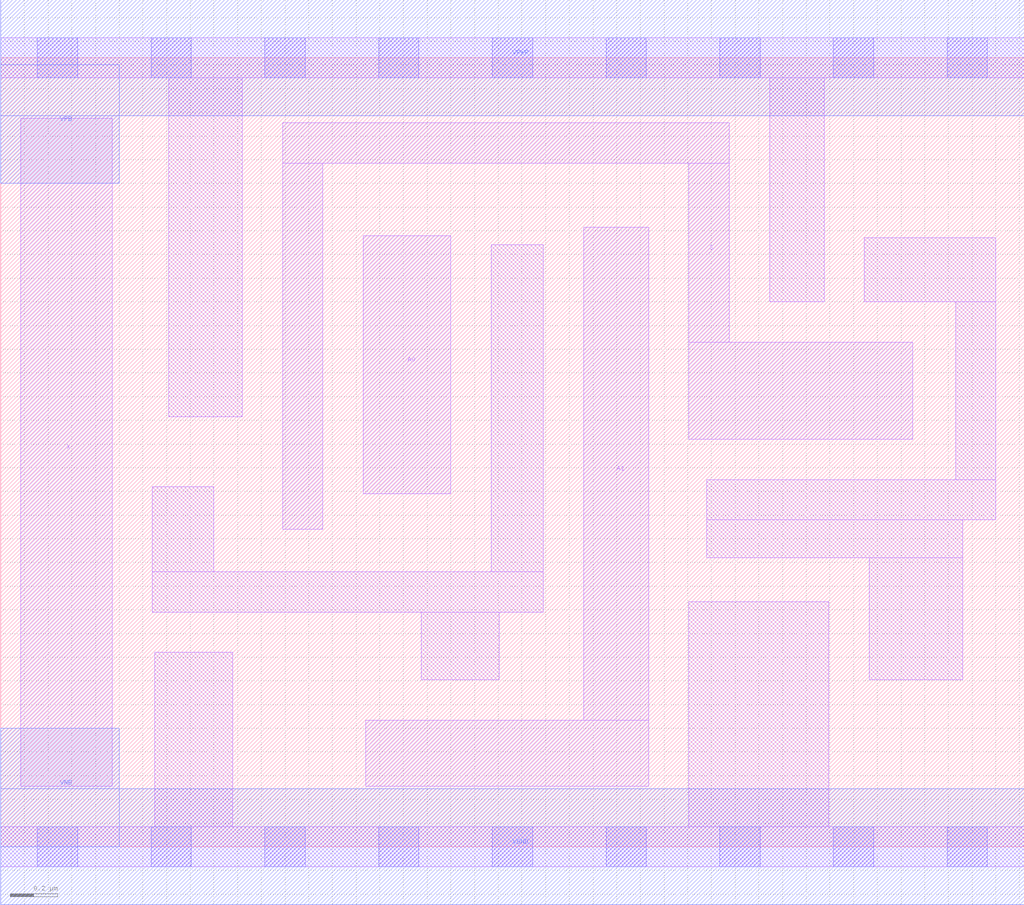
<source format=lef>
# Copyright 2020 The SkyWater PDK Authors
#
# Licensed under the Apache License, Version 2.0 (the "License");
# you may not use this file except in compliance with the License.
# You may obtain a copy of the License at
#
#     https://www.apache.org/licenses/LICENSE-2.0
#
# Unless required by applicable law or agreed to in writing, software
# distributed under the License is distributed on an "AS IS" BASIS,
# WITHOUT WARRANTIES OR CONDITIONS OF ANY KIND, either express or implied.
# See the License for the specific language governing permissions and
# limitations under the License.
#
# SPDX-License-Identifier: Apache-2.0

VERSION 5.5 ;
NAMESCASESENSITIVE ON ;
BUSBITCHARS "[]" ;
DIVIDERCHAR "/" ;
MACRO sky130_fd_sc_lp__mux2_1
  CLASS CORE ;
  SOURCE USER ;
  ORIGIN  0.000000  0.000000 ;
  SIZE  4.320000 BY  3.330000 ;
  SYMMETRY X Y R90 ;
  SITE unit ;
  PIN A0
    ANTENNAGATEAREA  0.126000 ;
    DIRECTION INPUT ;
    USE SIGNAL ;
    PORT
      LAYER li1 ;
        RECT 1.530000 1.490000 1.900000 2.580000 ;
    END
  END A0
  PIN A1
    ANTENNAGATEAREA  0.126000 ;
    DIRECTION INPUT ;
    USE SIGNAL ;
    PORT
      LAYER li1 ;
        RECT 1.540000 0.255000 2.735000 0.535000 ;
        RECT 2.460000 0.535000 2.735000 2.615000 ;
    END
  END A1
  PIN S
    ANTENNAGATEAREA  0.252000 ;
    DIRECTION INPUT ;
    USE SIGNAL ;
    PORT
      LAYER li1 ;
        RECT 1.190000 1.340000 1.360000 2.885000 ;
        RECT 1.190000 2.885000 3.075000 3.055000 ;
        RECT 2.905000 1.720000 3.850000 2.130000 ;
        RECT 2.905000 2.130000 3.075000 2.885000 ;
    END
  END S
  PIN X
    ANTENNADIFFAREA  0.556500 ;
    DIRECTION OUTPUT ;
    USE SIGNAL ;
    PORT
      LAYER li1 ;
        RECT 0.085000 0.255000 0.470000 3.075000 ;
    END
  END X
  PIN VGND
    DIRECTION INOUT ;
    USE GROUND ;
    PORT
      LAYER met1 ;
        RECT 0.000000 -0.245000 4.320000 0.245000 ;
    END
  END VGND
  PIN VNB
    DIRECTION INOUT ;
    USE GROUND ;
    PORT
      LAYER met1 ;
        RECT 0.000000 0.000000 0.500000 0.500000 ;
    END
  END VNB
  PIN VPB
    DIRECTION INOUT ;
    USE POWER ;
    PORT
      LAYER met1 ;
        RECT 0.000000 2.800000 0.500000 3.300000 ;
    END
  END VPB
  PIN VPWR
    DIRECTION INOUT ;
    USE POWER ;
    PORT
      LAYER met1 ;
        RECT 0.000000 3.085000 4.320000 3.575000 ;
    END
  END VPWR
  OBS
    LAYER li1 ;
      RECT 0.000000 -0.085000 4.320000 0.085000 ;
      RECT 0.000000  3.245000 4.320000 3.415000 ;
      RECT 0.640000  0.990000 2.290000 1.160000 ;
      RECT 0.640000  1.160000 0.900000 1.520000 ;
      RECT 0.650000  0.085000 0.980000 0.820000 ;
      RECT 0.710000  1.815000 1.020000 3.245000 ;
      RECT 1.775000  0.705000 2.105000 0.990000 ;
      RECT 2.070000  1.160000 2.290000 2.540000 ;
      RECT 2.905000  0.085000 3.495000 1.035000 ;
      RECT 2.980000  1.220000 4.060000 1.380000 ;
      RECT 2.980000  1.380000 4.200000 1.550000 ;
      RECT 3.245000  2.300000 3.475000 3.245000 ;
      RECT 3.645000  2.300000 4.200000 2.570000 ;
      RECT 3.665000  0.705000 4.060000 1.220000 ;
      RECT 4.030000  1.550000 4.200000 2.300000 ;
    LAYER mcon ;
      RECT 0.155000 -0.085000 0.325000 0.085000 ;
      RECT 0.155000  3.245000 0.325000 3.415000 ;
      RECT 0.635000 -0.085000 0.805000 0.085000 ;
      RECT 0.635000  3.245000 0.805000 3.415000 ;
      RECT 1.115000 -0.085000 1.285000 0.085000 ;
      RECT 1.115000  3.245000 1.285000 3.415000 ;
      RECT 1.595000 -0.085000 1.765000 0.085000 ;
      RECT 1.595000  3.245000 1.765000 3.415000 ;
      RECT 2.075000 -0.085000 2.245000 0.085000 ;
      RECT 2.075000  3.245000 2.245000 3.415000 ;
      RECT 2.555000 -0.085000 2.725000 0.085000 ;
      RECT 2.555000  3.245000 2.725000 3.415000 ;
      RECT 3.035000 -0.085000 3.205000 0.085000 ;
      RECT 3.035000  3.245000 3.205000 3.415000 ;
      RECT 3.515000 -0.085000 3.685000 0.085000 ;
      RECT 3.515000  3.245000 3.685000 3.415000 ;
      RECT 3.995000 -0.085000 4.165000 0.085000 ;
      RECT 3.995000  3.245000 4.165000 3.415000 ;
  END
END sky130_fd_sc_lp__mux2_1
END LIBRARY

</source>
